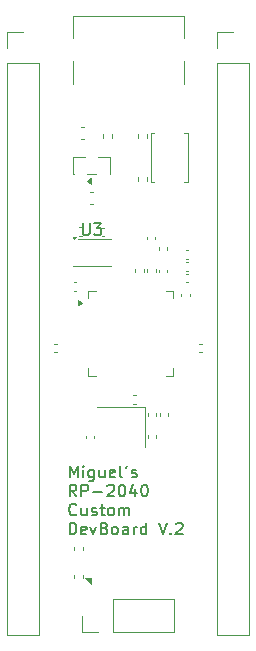
<source format=gbr>
%TF.GenerationSoftware,KiCad,Pcbnew,9.0.6*%
%TF.CreationDate,2026-01-07T14:09:13-05:00*%
%TF.ProjectId,Miguel's-Custom-Devboard - V2,4d696775-656c-4277-932d-437573746f6d,rev?*%
%TF.SameCoordinates,Original*%
%TF.FileFunction,Legend,Top*%
%TF.FilePolarity,Positive*%
%FSLAX46Y46*%
G04 Gerber Fmt 4.6, Leading zero omitted, Abs format (unit mm)*
G04 Created by KiCad (PCBNEW 9.0.6) date 2026-01-07 14:09:13*
%MOMM*%
%LPD*%
G01*
G04 APERTURE LIST*
%ADD10C,0.150000*%
%ADD11C,0.120000*%
G04 APERTURE END LIST*
D10*
X188550779Y-80688787D02*
X188550779Y-79688787D01*
X188550779Y-79688787D02*
X188884112Y-80403072D01*
X188884112Y-80403072D02*
X189217445Y-79688787D01*
X189217445Y-79688787D02*
X189217445Y-80688787D01*
X189693636Y-80688787D02*
X189693636Y-80022120D01*
X189693636Y-79688787D02*
X189646017Y-79736406D01*
X189646017Y-79736406D02*
X189693636Y-79784025D01*
X189693636Y-79784025D02*
X189741255Y-79736406D01*
X189741255Y-79736406D02*
X189693636Y-79688787D01*
X189693636Y-79688787D02*
X189693636Y-79784025D01*
X190598397Y-80022120D02*
X190598397Y-80831644D01*
X190598397Y-80831644D02*
X190550778Y-80926882D01*
X190550778Y-80926882D02*
X190503159Y-80974501D01*
X190503159Y-80974501D02*
X190407921Y-81022120D01*
X190407921Y-81022120D02*
X190265064Y-81022120D01*
X190265064Y-81022120D02*
X190169826Y-80974501D01*
X190598397Y-80641168D02*
X190503159Y-80688787D01*
X190503159Y-80688787D02*
X190312683Y-80688787D01*
X190312683Y-80688787D02*
X190217445Y-80641168D01*
X190217445Y-80641168D02*
X190169826Y-80593548D01*
X190169826Y-80593548D02*
X190122207Y-80498310D01*
X190122207Y-80498310D02*
X190122207Y-80212596D01*
X190122207Y-80212596D02*
X190169826Y-80117358D01*
X190169826Y-80117358D02*
X190217445Y-80069739D01*
X190217445Y-80069739D02*
X190312683Y-80022120D01*
X190312683Y-80022120D02*
X190503159Y-80022120D01*
X190503159Y-80022120D02*
X190598397Y-80069739D01*
X191503159Y-80022120D02*
X191503159Y-80688787D01*
X191074588Y-80022120D02*
X191074588Y-80545929D01*
X191074588Y-80545929D02*
X191122207Y-80641168D01*
X191122207Y-80641168D02*
X191217445Y-80688787D01*
X191217445Y-80688787D02*
X191360302Y-80688787D01*
X191360302Y-80688787D02*
X191455540Y-80641168D01*
X191455540Y-80641168D02*
X191503159Y-80593548D01*
X192360302Y-80641168D02*
X192265064Y-80688787D01*
X192265064Y-80688787D02*
X192074588Y-80688787D01*
X192074588Y-80688787D02*
X191979350Y-80641168D01*
X191979350Y-80641168D02*
X191931731Y-80545929D01*
X191931731Y-80545929D02*
X191931731Y-80164977D01*
X191931731Y-80164977D02*
X191979350Y-80069739D01*
X191979350Y-80069739D02*
X192074588Y-80022120D01*
X192074588Y-80022120D02*
X192265064Y-80022120D01*
X192265064Y-80022120D02*
X192360302Y-80069739D01*
X192360302Y-80069739D02*
X192407921Y-80164977D01*
X192407921Y-80164977D02*
X192407921Y-80260215D01*
X192407921Y-80260215D02*
X191931731Y-80355453D01*
X192979350Y-80688787D02*
X192884112Y-80641168D01*
X192884112Y-80641168D02*
X192836493Y-80545929D01*
X192836493Y-80545929D02*
X192836493Y-79688787D01*
X193407922Y-79688787D02*
X193312684Y-79879263D01*
X193788874Y-80641168D02*
X193884112Y-80688787D01*
X193884112Y-80688787D02*
X194074588Y-80688787D01*
X194074588Y-80688787D02*
X194169826Y-80641168D01*
X194169826Y-80641168D02*
X194217445Y-80545929D01*
X194217445Y-80545929D02*
X194217445Y-80498310D01*
X194217445Y-80498310D02*
X194169826Y-80403072D01*
X194169826Y-80403072D02*
X194074588Y-80355453D01*
X194074588Y-80355453D02*
X193931731Y-80355453D01*
X193931731Y-80355453D02*
X193836493Y-80307834D01*
X193836493Y-80307834D02*
X193788874Y-80212596D01*
X193788874Y-80212596D02*
X193788874Y-80164977D01*
X193788874Y-80164977D02*
X193836493Y-80069739D01*
X193836493Y-80069739D02*
X193931731Y-80022120D01*
X193931731Y-80022120D02*
X194074588Y-80022120D01*
X194074588Y-80022120D02*
X194169826Y-80069739D01*
X189122207Y-82298731D02*
X188788874Y-81822540D01*
X188550779Y-82298731D02*
X188550779Y-81298731D01*
X188550779Y-81298731D02*
X188931731Y-81298731D01*
X188931731Y-81298731D02*
X189026969Y-81346350D01*
X189026969Y-81346350D02*
X189074588Y-81393969D01*
X189074588Y-81393969D02*
X189122207Y-81489207D01*
X189122207Y-81489207D02*
X189122207Y-81632064D01*
X189122207Y-81632064D02*
X189074588Y-81727302D01*
X189074588Y-81727302D02*
X189026969Y-81774921D01*
X189026969Y-81774921D02*
X188931731Y-81822540D01*
X188931731Y-81822540D02*
X188550779Y-81822540D01*
X189550779Y-82298731D02*
X189550779Y-81298731D01*
X189550779Y-81298731D02*
X189931731Y-81298731D01*
X189931731Y-81298731D02*
X190026969Y-81346350D01*
X190026969Y-81346350D02*
X190074588Y-81393969D01*
X190074588Y-81393969D02*
X190122207Y-81489207D01*
X190122207Y-81489207D02*
X190122207Y-81632064D01*
X190122207Y-81632064D02*
X190074588Y-81727302D01*
X190074588Y-81727302D02*
X190026969Y-81774921D01*
X190026969Y-81774921D02*
X189931731Y-81822540D01*
X189931731Y-81822540D02*
X189550779Y-81822540D01*
X190550779Y-81917778D02*
X191312684Y-81917778D01*
X191741255Y-81393969D02*
X191788874Y-81346350D01*
X191788874Y-81346350D02*
X191884112Y-81298731D01*
X191884112Y-81298731D02*
X192122207Y-81298731D01*
X192122207Y-81298731D02*
X192217445Y-81346350D01*
X192217445Y-81346350D02*
X192265064Y-81393969D01*
X192265064Y-81393969D02*
X192312683Y-81489207D01*
X192312683Y-81489207D02*
X192312683Y-81584445D01*
X192312683Y-81584445D02*
X192265064Y-81727302D01*
X192265064Y-81727302D02*
X191693636Y-82298731D01*
X191693636Y-82298731D02*
X192312683Y-82298731D01*
X192931731Y-81298731D02*
X193026969Y-81298731D01*
X193026969Y-81298731D02*
X193122207Y-81346350D01*
X193122207Y-81346350D02*
X193169826Y-81393969D01*
X193169826Y-81393969D02*
X193217445Y-81489207D01*
X193217445Y-81489207D02*
X193265064Y-81679683D01*
X193265064Y-81679683D02*
X193265064Y-81917778D01*
X193265064Y-81917778D02*
X193217445Y-82108254D01*
X193217445Y-82108254D02*
X193169826Y-82203492D01*
X193169826Y-82203492D02*
X193122207Y-82251112D01*
X193122207Y-82251112D02*
X193026969Y-82298731D01*
X193026969Y-82298731D02*
X192931731Y-82298731D01*
X192931731Y-82298731D02*
X192836493Y-82251112D01*
X192836493Y-82251112D02*
X192788874Y-82203492D01*
X192788874Y-82203492D02*
X192741255Y-82108254D01*
X192741255Y-82108254D02*
X192693636Y-81917778D01*
X192693636Y-81917778D02*
X192693636Y-81679683D01*
X192693636Y-81679683D02*
X192741255Y-81489207D01*
X192741255Y-81489207D02*
X192788874Y-81393969D01*
X192788874Y-81393969D02*
X192836493Y-81346350D01*
X192836493Y-81346350D02*
X192931731Y-81298731D01*
X194122207Y-81632064D02*
X194122207Y-82298731D01*
X193884112Y-81251112D02*
X193646017Y-81965397D01*
X193646017Y-81965397D02*
X194265064Y-81965397D01*
X194836493Y-81298731D02*
X194931731Y-81298731D01*
X194931731Y-81298731D02*
X195026969Y-81346350D01*
X195026969Y-81346350D02*
X195074588Y-81393969D01*
X195074588Y-81393969D02*
X195122207Y-81489207D01*
X195122207Y-81489207D02*
X195169826Y-81679683D01*
X195169826Y-81679683D02*
X195169826Y-81917778D01*
X195169826Y-81917778D02*
X195122207Y-82108254D01*
X195122207Y-82108254D02*
X195074588Y-82203492D01*
X195074588Y-82203492D02*
X195026969Y-82251112D01*
X195026969Y-82251112D02*
X194931731Y-82298731D01*
X194931731Y-82298731D02*
X194836493Y-82298731D01*
X194836493Y-82298731D02*
X194741255Y-82251112D01*
X194741255Y-82251112D02*
X194693636Y-82203492D01*
X194693636Y-82203492D02*
X194646017Y-82108254D01*
X194646017Y-82108254D02*
X194598398Y-81917778D01*
X194598398Y-81917778D02*
X194598398Y-81679683D01*
X194598398Y-81679683D02*
X194646017Y-81489207D01*
X194646017Y-81489207D02*
X194693636Y-81393969D01*
X194693636Y-81393969D02*
X194741255Y-81346350D01*
X194741255Y-81346350D02*
X194836493Y-81298731D01*
X189122207Y-83813436D02*
X189074588Y-83861056D01*
X189074588Y-83861056D02*
X188931731Y-83908675D01*
X188931731Y-83908675D02*
X188836493Y-83908675D01*
X188836493Y-83908675D02*
X188693636Y-83861056D01*
X188693636Y-83861056D02*
X188598398Y-83765817D01*
X188598398Y-83765817D02*
X188550779Y-83670579D01*
X188550779Y-83670579D02*
X188503160Y-83480103D01*
X188503160Y-83480103D02*
X188503160Y-83337246D01*
X188503160Y-83337246D02*
X188550779Y-83146770D01*
X188550779Y-83146770D02*
X188598398Y-83051532D01*
X188598398Y-83051532D02*
X188693636Y-82956294D01*
X188693636Y-82956294D02*
X188836493Y-82908675D01*
X188836493Y-82908675D02*
X188931731Y-82908675D01*
X188931731Y-82908675D02*
X189074588Y-82956294D01*
X189074588Y-82956294D02*
X189122207Y-83003913D01*
X189979350Y-83242008D02*
X189979350Y-83908675D01*
X189550779Y-83242008D02*
X189550779Y-83765817D01*
X189550779Y-83765817D02*
X189598398Y-83861056D01*
X189598398Y-83861056D02*
X189693636Y-83908675D01*
X189693636Y-83908675D02*
X189836493Y-83908675D01*
X189836493Y-83908675D02*
X189931731Y-83861056D01*
X189931731Y-83861056D02*
X189979350Y-83813436D01*
X190407922Y-83861056D02*
X190503160Y-83908675D01*
X190503160Y-83908675D02*
X190693636Y-83908675D01*
X190693636Y-83908675D02*
X190788874Y-83861056D01*
X190788874Y-83861056D02*
X190836493Y-83765817D01*
X190836493Y-83765817D02*
X190836493Y-83718198D01*
X190836493Y-83718198D02*
X190788874Y-83622960D01*
X190788874Y-83622960D02*
X190693636Y-83575341D01*
X190693636Y-83575341D02*
X190550779Y-83575341D01*
X190550779Y-83575341D02*
X190455541Y-83527722D01*
X190455541Y-83527722D02*
X190407922Y-83432484D01*
X190407922Y-83432484D02*
X190407922Y-83384865D01*
X190407922Y-83384865D02*
X190455541Y-83289627D01*
X190455541Y-83289627D02*
X190550779Y-83242008D01*
X190550779Y-83242008D02*
X190693636Y-83242008D01*
X190693636Y-83242008D02*
X190788874Y-83289627D01*
X191122208Y-83242008D02*
X191503160Y-83242008D01*
X191265065Y-82908675D02*
X191265065Y-83765817D01*
X191265065Y-83765817D02*
X191312684Y-83861056D01*
X191312684Y-83861056D02*
X191407922Y-83908675D01*
X191407922Y-83908675D02*
X191503160Y-83908675D01*
X191979351Y-83908675D02*
X191884113Y-83861056D01*
X191884113Y-83861056D02*
X191836494Y-83813436D01*
X191836494Y-83813436D02*
X191788875Y-83718198D01*
X191788875Y-83718198D02*
X191788875Y-83432484D01*
X191788875Y-83432484D02*
X191836494Y-83337246D01*
X191836494Y-83337246D02*
X191884113Y-83289627D01*
X191884113Y-83289627D02*
X191979351Y-83242008D01*
X191979351Y-83242008D02*
X192122208Y-83242008D01*
X192122208Y-83242008D02*
X192217446Y-83289627D01*
X192217446Y-83289627D02*
X192265065Y-83337246D01*
X192265065Y-83337246D02*
X192312684Y-83432484D01*
X192312684Y-83432484D02*
X192312684Y-83718198D01*
X192312684Y-83718198D02*
X192265065Y-83813436D01*
X192265065Y-83813436D02*
X192217446Y-83861056D01*
X192217446Y-83861056D02*
X192122208Y-83908675D01*
X192122208Y-83908675D02*
X191979351Y-83908675D01*
X192741256Y-83908675D02*
X192741256Y-83242008D01*
X192741256Y-83337246D02*
X192788875Y-83289627D01*
X192788875Y-83289627D02*
X192884113Y-83242008D01*
X192884113Y-83242008D02*
X193026970Y-83242008D01*
X193026970Y-83242008D02*
X193122208Y-83289627D01*
X193122208Y-83289627D02*
X193169827Y-83384865D01*
X193169827Y-83384865D02*
X193169827Y-83908675D01*
X193169827Y-83384865D02*
X193217446Y-83289627D01*
X193217446Y-83289627D02*
X193312684Y-83242008D01*
X193312684Y-83242008D02*
X193455541Y-83242008D01*
X193455541Y-83242008D02*
X193550780Y-83289627D01*
X193550780Y-83289627D02*
X193598399Y-83384865D01*
X193598399Y-83384865D02*
X193598399Y-83908675D01*
X188550779Y-85518619D02*
X188550779Y-84518619D01*
X188550779Y-84518619D02*
X188788874Y-84518619D01*
X188788874Y-84518619D02*
X188931731Y-84566238D01*
X188931731Y-84566238D02*
X189026969Y-84661476D01*
X189026969Y-84661476D02*
X189074588Y-84756714D01*
X189074588Y-84756714D02*
X189122207Y-84947190D01*
X189122207Y-84947190D02*
X189122207Y-85090047D01*
X189122207Y-85090047D02*
X189074588Y-85280523D01*
X189074588Y-85280523D02*
X189026969Y-85375761D01*
X189026969Y-85375761D02*
X188931731Y-85471000D01*
X188931731Y-85471000D02*
X188788874Y-85518619D01*
X188788874Y-85518619D02*
X188550779Y-85518619D01*
X189931731Y-85471000D02*
X189836493Y-85518619D01*
X189836493Y-85518619D02*
X189646017Y-85518619D01*
X189646017Y-85518619D02*
X189550779Y-85471000D01*
X189550779Y-85471000D02*
X189503160Y-85375761D01*
X189503160Y-85375761D02*
X189503160Y-84994809D01*
X189503160Y-84994809D02*
X189550779Y-84899571D01*
X189550779Y-84899571D02*
X189646017Y-84851952D01*
X189646017Y-84851952D02*
X189836493Y-84851952D01*
X189836493Y-84851952D02*
X189931731Y-84899571D01*
X189931731Y-84899571D02*
X189979350Y-84994809D01*
X189979350Y-84994809D02*
X189979350Y-85090047D01*
X189979350Y-85090047D02*
X189503160Y-85185285D01*
X190312684Y-84851952D02*
X190550779Y-85518619D01*
X190550779Y-85518619D02*
X190788874Y-84851952D01*
X191503160Y-84994809D02*
X191646017Y-85042428D01*
X191646017Y-85042428D02*
X191693636Y-85090047D01*
X191693636Y-85090047D02*
X191741255Y-85185285D01*
X191741255Y-85185285D02*
X191741255Y-85328142D01*
X191741255Y-85328142D02*
X191693636Y-85423380D01*
X191693636Y-85423380D02*
X191646017Y-85471000D01*
X191646017Y-85471000D02*
X191550779Y-85518619D01*
X191550779Y-85518619D02*
X191169827Y-85518619D01*
X191169827Y-85518619D02*
X191169827Y-84518619D01*
X191169827Y-84518619D02*
X191503160Y-84518619D01*
X191503160Y-84518619D02*
X191598398Y-84566238D01*
X191598398Y-84566238D02*
X191646017Y-84613857D01*
X191646017Y-84613857D02*
X191693636Y-84709095D01*
X191693636Y-84709095D02*
X191693636Y-84804333D01*
X191693636Y-84804333D02*
X191646017Y-84899571D01*
X191646017Y-84899571D02*
X191598398Y-84947190D01*
X191598398Y-84947190D02*
X191503160Y-84994809D01*
X191503160Y-84994809D02*
X191169827Y-84994809D01*
X192312684Y-85518619D02*
X192217446Y-85471000D01*
X192217446Y-85471000D02*
X192169827Y-85423380D01*
X192169827Y-85423380D02*
X192122208Y-85328142D01*
X192122208Y-85328142D02*
X192122208Y-85042428D01*
X192122208Y-85042428D02*
X192169827Y-84947190D01*
X192169827Y-84947190D02*
X192217446Y-84899571D01*
X192217446Y-84899571D02*
X192312684Y-84851952D01*
X192312684Y-84851952D02*
X192455541Y-84851952D01*
X192455541Y-84851952D02*
X192550779Y-84899571D01*
X192550779Y-84899571D02*
X192598398Y-84947190D01*
X192598398Y-84947190D02*
X192646017Y-85042428D01*
X192646017Y-85042428D02*
X192646017Y-85328142D01*
X192646017Y-85328142D02*
X192598398Y-85423380D01*
X192598398Y-85423380D02*
X192550779Y-85471000D01*
X192550779Y-85471000D02*
X192455541Y-85518619D01*
X192455541Y-85518619D02*
X192312684Y-85518619D01*
X193503160Y-85518619D02*
X193503160Y-84994809D01*
X193503160Y-84994809D02*
X193455541Y-84899571D01*
X193455541Y-84899571D02*
X193360303Y-84851952D01*
X193360303Y-84851952D02*
X193169827Y-84851952D01*
X193169827Y-84851952D02*
X193074589Y-84899571D01*
X193503160Y-85471000D02*
X193407922Y-85518619D01*
X193407922Y-85518619D02*
X193169827Y-85518619D01*
X193169827Y-85518619D02*
X193074589Y-85471000D01*
X193074589Y-85471000D02*
X193026970Y-85375761D01*
X193026970Y-85375761D02*
X193026970Y-85280523D01*
X193026970Y-85280523D02*
X193074589Y-85185285D01*
X193074589Y-85185285D02*
X193169827Y-85137666D01*
X193169827Y-85137666D02*
X193407922Y-85137666D01*
X193407922Y-85137666D02*
X193503160Y-85090047D01*
X193979351Y-85518619D02*
X193979351Y-84851952D01*
X193979351Y-85042428D02*
X194026970Y-84947190D01*
X194026970Y-84947190D02*
X194074589Y-84899571D01*
X194074589Y-84899571D02*
X194169827Y-84851952D01*
X194169827Y-84851952D02*
X194265065Y-84851952D01*
X195026970Y-85518619D02*
X195026970Y-84518619D01*
X195026970Y-85471000D02*
X194931732Y-85518619D01*
X194931732Y-85518619D02*
X194741256Y-85518619D01*
X194741256Y-85518619D02*
X194646018Y-85471000D01*
X194646018Y-85471000D02*
X194598399Y-85423380D01*
X194598399Y-85423380D02*
X194550780Y-85328142D01*
X194550780Y-85328142D02*
X194550780Y-85042428D01*
X194550780Y-85042428D02*
X194598399Y-84947190D01*
X194598399Y-84947190D02*
X194646018Y-84899571D01*
X194646018Y-84899571D02*
X194741256Y-84851952D01*
X194741256Y-84851952D02*
X194931732Y-84851952D01*
X194931732Y-84851952D02*
X195026970Y-84899571D01*
X196122209Y-84518619D02*
X196455542Y-85518619D01*
X196455542Y-85518619D02*
X196788875Y-84518619D01*
X197122209Y-85423380D02*
X197169828Y-85471000D01*
X197169828Y-85471000D02*
X197122209Y-85518619D01*
X197122209Y-85518619D02*
X197074590Y-85471000D01*
X197074590Y-85471000D02*
X197122209Y-85423380D01*
X197122209Y-85423380D02*
X197122209Y-85518619D01*
X197550780Y-84613857D02*
X197598399Y-84566238D01*
X197598399Y-84566238D02*
X197693637Y-84518619D01*
X197693637Y-84518619D02*
X197931732Y-84518619D01*
X197931732Y-84518619D02*
X198026970Y-84566238D01*
X198026970Y-84566238D02*
X198074589Y-84613857D01*
X198074589Y-84613857D02*
X198122208Y-84709095D01*
X198122208Y-84709095D02*
X198122208Y-84804333D01*
X198122208Y-84804333D02*
X198074589Y-84947190D01*
X198074589Y-84947190D02*
X197503161Y-85518619D01*
X197503161Y-85518619D02*
X198122208Y-85518619D01*
X189661895Y-59182719D02*
X189661895Y-59992242D01*
X189661895Y-59992242D02*
X189709514Y-60087480D01*
X189709514Y-60087480D02*
X189757133Y-60135100D01*
X189757133Y-60135100D02*
X189852371Y-60182719D01*
X189852371Y-60182719D02*
X190042847Y-60182719D01*
X190042847Y-60182719D02*
X190138085Y-60135100D01*
X190138085Y-60135100D02*
X190185704Y-60087480D01*
X190185704Y-60087480D02*
X190233323Y-59992242D01*
X190233323Y-59992242D02*
X190233323Y-59182719D01*
X190614276Y-59182719D02*
X191233323Y-59182719D01*
X191233323Y-59182719D02*
X190899990Y-59563671D01*
X190899990Y-59563671D02*
X191042847Y-59563671D01*
X191042847Y-59563671D02*
X191138085Y-59611290D01*
X191138085Y-59611290D02*
X191185704Y-59658909D01*
X191185704Y-59658909D02*
X191233323Y-59754147D01*
X191233323Y-59754147D02*
X191233323Y-59992242D01*
X191233323Y-59992242D02*
X191185704Y-60087480D01*
X191185704Y-60087480D02*
X191138085Y-60135100D01*
X191138085Y-60135100D02*
X191042847Y-60182719D01*
X191042847Y-60182719D02*
X190757133Y-60182719D01*
X190757133Y-60182719D02*
X190661895Y-60135100D01*
X190661895Y-60135100D02*
X190614276Y-60087480D01*
D11*
%TO.C,U3*%
X189238232Y-60542900D02*
X192033800Y-60542900D01*
X192033800Y-62812900D02*
X188813800Y-62812900D01*
X188943800Y-60537900D02*
X188803800Y-60347900D01*
X189083800Y-60347900D01*
X188943800Y-60537900D01*
G36*
X188943800Y-60537900D02*
G01*
X188803800Y-60347900D01*
X189083800Y-60347900D01*
X188943800Y-60537900D01*
G37*
%TO.C,C17*%
X191481636Y-59533200D02*
X191265964Y-59533200D01*
X191481636Y-60253200D02*
X191265964Y-60253200D01*
%TO.C,C1*%
X195093000Y-60509036D02*
X195093000Y-60293364D01*
X195813000Y-60509036D02*
X195813000Y-60293364D01*
%TO.C,C7*%
X195169200Y-75253964D02*
X195169200Y-75469636D01*
X195889200Y-75253964D02*
X195889200Y-75469636D01*
%TO.C,C8*%
X187458236Y-69363000D02*
X187242564Y-69363000D01*
X187458236Y-70083000D02*
X187242564Y-70083000D01*
%TO.C,R7*%
X189627441Y-59513200D02*
X189320159Y-59513200D01*
X189627441Y-60273200D02*
X189320159Y-60273200D01*
%TO.C,C2*%
X196083600Y-61423436D02*
X196083600Y-61207764D01*
X196803600Y-61423436D02*
X196803600Y-61207764D01*
%TO.C,J4*%
X189580000Y-93770000D02*
X189580000Y-92390000D01*
X190960000Y-93770000D02*
X189580000Y-93770000D01*
X192230000Y-91010000D02*
X197420000Y-91010000D01*
X192230000Y-93770000D02*
X192230000Y-91010000D01*
X192230000Y-93770000D02*
X197420000Y-93770000D01*
X197420000Y-93770000D02*
X197420000Y-91010000D01*
%TO.C,U1*%
X190120000Y-64880000D02*
X190770000Y-64880000D01*
X190120000Y-65530000D02*
X190120000Y-64880000D01*
X190120000Y-72100000D02*
X190120000Y-71450000D01*
X190770000Y-72100000D02*
X190120000Y-72100000D01*
X196690000Y-64880000D02*
X197340000Y-64880000D01*
X197340000Y-64880000D02*
X197340000Y-65530000D01*
X197340000Y-71450000D02*
X197340000Y-72100000D01*
X197340000Y-72100000D02*
X196690000Y-72100000D01*
X189590000Y-65890000D02*
X189260000Y-66130000D01*
X189260000Y-65650000D01*
X189590000Y-65890000D01*
G36*
X189590000Y-65890000D02*
G01*
X189260000Y-66130000D01*
X189260000Y-65650000D01*
X189590000Y-65890000D01*
G37*
%TO.C,C12*%
X198393164Y-61463600D02*
X198608836Y-61463600D01*
X198393164Y-62183600D02*
X198608836Y-62183600D01*
%TO.C,C9*%
X189109236Y-64181400D02*
X188893564Y-64181400D01*
X189109236Y-64901400D02*
X188893564Y-64901400D01*
%TO.C,C11*%
X196159800Y-75251364D02*
X196159800Y-75467036D01*
X196879800Y-75251364D02*
X196879800Y-75467036D01*
%TO.C,J3*%
X201010000Y-42990000D02*
X202390000Y-42990000D01*
X201010000Y-44370000D02*
X201010000Y-42990000D01*
X201010000Y-45640000D02*
X201010000Y-94010000D01*
X201010000Y-45640000D02*
X203770000Y-45640000D01*
X201010000Y-94010000D02*
X203770000Y-94010000D01*
X203770000Y-45640000D02*
X203770000Y-94010000D01*
%TO.C,J2*%
X183230000Y-42990000D02*
X184610000Y-42990000D01*
X183230000Y-44370000D02*
X183230000Y-42990000D01*
X183230000Y-45640000D02*
X183230000Y-94010000D01*
X183230000Y-45640000D02*
X185990000Y-45640000D01*
X183230000Y-94010000D02*
X185990000Y-94010000D01*
X185990000Y-45640000D02*
X185990000Y-94010000D01*
%TO.C,C5*%
X198014000Y-65335036D02*
X198014000Y-65119364D01*
X198734000Y-65335036D02*
X198734000Y-65119364D01*
%TO.C,C3*%
X198393164Y-62454200D02*
X198608836Y-62454200D01*
X198393164Y-63174200D02*
X198608836Y-63174200D01*
%TO.C,C10*%
X196083600Y-63303036D02*
X196083600Y-63087364D01*
X196803600Y-63303036D02*
X196803600Y-63087364D01*
%TO.C,R1*%
X194361800Y-51611559D02*
X194361800Y-51918841D01*
X195121800Y-51611559D02*
X195121800Y-51918841D01*
%TO.C,C14*%
X190564380Y-56487600D02*
X190283220Y-56487600D01*
X190564380Y-57507600D02*
X190283220Y-57507600D01*
%TO.C,R6*%
X194361800Y-55241759D02*
X194361800Y-55549041D01*
X195121800Y-55241759D02*
X195121800Y-55549041D01*
%TO.C,C4*%
X198393164Y-63444800D02*
X198608836Y-63444800D01*
X198393164Y-64164800D02*
X198608836Y-64164800D01*
%TO.C,LED1*%
X190325000Y-89680000D02*
X189845000Y-89200000D01*
X190325000Y-89200000D01*
X190325000Y-89680000D01*
G36*
X190325000Y-89680000D02*
G01*
X189845000Y-89200000D01*
X190325000Y-89200000D01*
X190325000Y-89680000D01*
G37*
%TO.C,Y1*%
X194947600Y-74693200D02*
X190827600Y-74693200D01*
X194947600Y-78113200D02*
X194947600Y-74693200D01*
%TO.C,C6*%
X199536164Y-69363000D02*
X199751836Y-69363000D01*
X199536164Y-70083000D02*
X199751836Y-70083000D01*
%TO.C,C13*%
X189802380Y-51052000D02*
X189521220Y-51052000D01*
X189802380Y-52072000D02*
X189521220Y-52072000D01*
%TO.C,U2*%
X188863800Y-53517500D02*
X189863800Y-53517500D01*
X188863800Y-55037500D02*
X188863800Y-53517500D01*
X188913800Y-55037500D02*
X188863800Y-55037500D01*
X190813800Y-55037500D02*
X190033800Y-55037500D01*
X190983800Y-53517500D02*
X191983800Y-53517500D01*
X191983800Y-53517500D02*
X191983800Y-55037500D01*
X191983800Y-55037500D02*
X191933800Y-55037500D01*
X190373800Y-55817500D02*
X190043800Y-55577500D01*
X190373800Y-55337500D01*
X190373800Y-55817500D01*
G36*
X190373800Y-55817500D02*
G01*
X190043800Y-55577500D01*
X190373800Y-55337500D01*
X190373800Y-55817500D01*
G37*
%TO.C,J1*%
X188800000Y-43500000D02*
X188800000Y-41600000D01*
X188800000Y-47400000D02*
X188800000Y-45400000D01*
X198200000Y-41600000D02*
X188800000Y-41600000D01*
X198200000Y-43500000D02*
X198200000Y-41600000D01*
X198200000Y-47400000D02*
X198200000Y-45400000D01*
%TO.C,R2*%
X191364600Y-51611559D02*
X191364600Y-51918841D01*
X192124600Y-51611559D02*
X192124600Y-51918841D01*
%TO.C,C18*%
X189660000Y-88972164D02*
X189660000Y-89187836D01*
X188940000Y-88972164D02*
X188940000Y-89187836D01*
%TO.C,R3*%
X194050000Y-63016359D02*
X194050000Y-63323641D01*
X194810000Y-63016359D02*
X194810000Y-63323641D01*
%TO.C,C15*%
X189903600Y-77144564D02*
X189903600Y-77360236D01*
X190623600Y-77144564D02*
X190623600Y-77360236D01*
%TO.C,R5*%
X194201841Y-73725400D02*
X193894559Y-73725400D01*
X194201841Y-74485400D02*
X193894559Y-74485400D01*
%TO.C,SW1*%
X195407000Y-51515800D02*
X195707000Y-51515800D01*
X195407000Y-55655800D02*
X195407000Y-51515800D01*
X195707000Y-55655800D02*
X195407000Y-55655800D01*
X198247000Y-51515800D02*
X198547000Y-51515800D01*
X198547000Y-51515800D02*
X198547000Y-55655800D01*
X198547000Y-55655800D02*
X198247000Y-55655800D01*
%TO.C,R8*%
X188920000Y-86536359D02*
X188920000Y-86843641D01*
X189680000Y-86536359D02*
X189680000Y-86843641D01*
%TO.C,C16*%
X195161400Y-77349236D02*
X195161400Y-77133564D01*
X195881400Y-77349236D02*
X195881400Y-77133564D01*
%TO.C,R4*%
X195060000Y-63006359D02*
X195060000Y-63313641D01*
X195820000Y-63006359D02*
X195820000Y-63313641D01*
%TD*%
M02*

</source>
